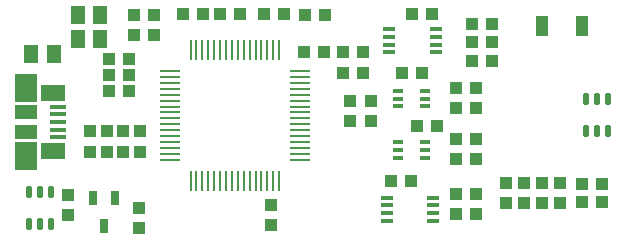
<source format=gtp>
G04 Layer_Color=8421504*
%FSLAX24Y24*%
%MOIN*%
G70*
G01*
G75*
%ADD10R,0.0512X0.0591*%
%ADD11R,0.0433X0.0394*%
G04:AMPARAMS|DCode=12|XSize=39.4mil|YSize=21.7mil|CornerRadius=5.4mil|HoleSize=0mil|Usage=FLASHONLY|Rotation=270.000|XOffset=0mil|YOffset=0mil|HoleType=Round|Shape=RoundedRectangle|*
%AMROUNDEDRECTD12*
21,1,0.0394,0.0108,0,0,270.0*
21,1,0.0285,0.0217,0,0,270.0*
1,1,0.0108,-0.0054,-0.0143*
1,1,0.0108,-0.0054,0.0143*
1,1,0.0108,0.0054,0.0143*
1,1,0.0108,0.0054,-0.0143*
%
%ADD12ROUNDEDRECTD12*%
%ADD13R,0.0394X0.0433*%
%ADD14R,0.0394X0.0669*%
G04:AMPARAMS|DCode=15|XSize=15.7mil|YSize=33.5mil|CornerRadius=3.9mil|HoleSize=0mil|Usage=FLASHONLY|Rotation=90.000|XOffset=0mil|YOffset=0mil|HoleType=Round|Shape=RoundedRectangle|*
%AMROUNDEDRECTD15*
21,1,0.0157,0.0256,0,0,90.0*
21,1,0.0079,0.0335,0,0,90.0*
1,1,0.0079,0.0128,0.0039*
1,1,0.0079,0.0128,-0.0039*
1,1,0.0079,-0.0128,-0.0039*
1,1,0.0079,-0.0128,0.0039*
%
%ADD15ROUNDEDRECTD15*%
G04:AMPARAMS|DCode=16|XSize=15.7mil|YSize=41.3mil|CornerRadius=3.9mil|HoleSize=0mil|Usage=FLASHONLY|Rotation=90.000|XOffset=0mil|YOffset=0mil|HoleType=Round|Shape=RoundedRectangle|*
%AMROUNDEDRECTD16*
21,1,0.0157,0.0335,0,0,90.0*
21,1,0.0079,0.0413,0,0,90.0*
1,1,0.0079,0.0167,0.0039*
1,1,0.0079,0.0167,-0.0039*
1,1,0.0079,-0.0167,-0.0039*
1,1,0.0079,-0.0167,0.0039*
%
%ADD16ROUNDEDRECTD16*%
%ADD17R,0.0315X0.0472*%
%ADD18R,0.0748X0.0937*%
%ADD19R,0.0748X0.0465*%
%ADD20R,0.0543X0.0177*%
%ADD21R,0.0827X0.0583*%
%ADD22O,0.0098X0.0709*%
%ADD23O,0.0709X0.0098*%
D10*
X1488Y2260D02*
D03*
X740D02*
D03*
X3028Y2780D02*
D03*
X2280D02*
D03*
X2280Y3580D02*
D03*
X3028D02*
D03*
D11*
X10478Y2340D02*
D03*
X9809D02*
D03*
X13748Y1626D02*
D03*
X13079D02*
D03*
X14246Y-150D02*
D03*
X13577D02*
D03*
X13429Y3600D02*
D03*
X14098D02*
D03*
X3986Y1020D02*
D03*
X3317D02*
D03*
X11111Y2340D02*
D03*
X11780D02*
D03*
Y1620D02*
D03*
X11111D02*
D03*
X9855Y3580D02*
D03*
X10525D02*
D03*
X16098Y2650D02*
D03*
X15429D02*
D03*
Y3280D02*
D03*
X16098D02*
D03*
X15548Y470D02*
D03*
X14879D02*
D03*
Y1136D02*
D03*
X15548D02*
D03*
Y-1240D02*
D03*
X14879D02*
D03*
Y-564D02*
D03*
X15548D02*
D03*
X3988Y1560D02*
D03*
X3319D02*
D03*
Y2100D02*
D03*
X3988D02*
D03*
X4155Y2910D02*
D03*
X4825D02*
D03*
X12729Y-1954D02*
D03*
X13398D02*
D03*
X4157Y3550D02*
D03*
X4827D02*
D03*
X6450Y3590D02*
D03*
X5781D02*
D03*
X15429Y2016D02*
D03*
X16098D02*
D03*
X15548Y-3074D02*
D03*
X14879D02*
D03*
X11375Y20D02*
D03*
X12045D02*
D03*
Y700D02*
D03*
X11375D02*
D03*
X7695Y3590D02*
D03*
X7025D02*
D03*
X19771Y-2654D02*
D03*
X19102D02*
D03*
X19771Y-2054D02*
D03*
X19102D02*
D03*
X15548Y-2400D02*
D03*
X14879D02*
D03*
X9165Y3590D02*
D03*
X8495D02*
D03*
D12*
X19594Y-293D02*
D03*
X19220D02*
D03*
X19968D02*
D03*
X19220Y770D02*
D03*
X19594D02*
D03*
X19968D02*
D03*
X1020Y-3411D02*
D03*
X646D02*
D03*
X1394Y-3411D02*
D03*
X646Y-2349D02*
D03*
X1020D02*
D03*
X1394Y-2349D02*
D03*
D13*
X3254Y-985D02*
D03*
Y-315D02*
D03*
X3804Y-315D02*
D03*
Y-985D02*
D03*
X8724Y-3425D02*
D03*
Y-2755D02*
D03*
X4354Y-315D02*
D03*
Y-985D02*
D03*
X18364Y-2688D02*
D03*
Y-2019D02*
D03*
X17764Y-2688D02*
D03*
Y-2019D02*
D03*
X17164D02*
D03*
Y-2688D02*
D03*
X16564Y-2019D02*
D03*
Y-2688D02*
D03*
X4310Y-3527D02*
D03*
Y-2857D02*
D03*
X2704Y-985D02*
D03*
Y-315D02*
D03*
X1970Y-2445D02*
D03*
Y-3115D02*
D03*
D14*
X17754Y3196D02*
D03*
X19093D02*
D03*
D15*
X12969Y-684D02*
D03*
Y-940D02*
D03*
Y-1196D02*
D03*
X13855D02*
D03*
Y-940D02*
D03*
Y-684D02*
D03*
X13857Y1029D02*
D03*
Y773D02*
D03*
Y518D02*
D03*
X12971D02*
D03*
Y773D02*
D03*
Y1029D02*
D03*
D16*
X12656Y3094D02*
D03*
Y2838D02*
D03*
Y2582D02*
D03*
Y2326D02*
D03*
X14211Y3094D02*
D03*
Y2838D02*
D03*
Y2582D02*
D03*
Y2326D02*
D03*
X14141Y-3288D02*
D03*
Y-3032D02*
D03*
Y-2776D02*
D03*
Y-2520D02*
D03*
X12586Y-3288D02*
D03*
Y-3032D02*
D03*
Y-2776D02*
D03*
Y-2520D02*
D03*
D17*
X3164Y-3453D02*
D03*
X2790Y-2547D02*
D03*
X3538D02*
D03*
D18*
X566Y1146D02*
D03*
Y-1146D02*
D03*
D19*
Y-330D02*
D03*
Y330D02*
D03*
D20*
X1614Y0D02*
D03*
Y-256D02*
D03*
Y-512D02*
D03*
Y512D02*
D03*
Y256D02*
D03*
D21*
X1472Y-969D02*
D03*
Y969D02*
D03*
D22*
X6044Y2395D02*
D03*
X6241D02*
D03*
X6437D02*
D03*
X6634D02*
D03*
X6831D02*
D03*
X7028D02*
D03*
X7225D02*
D03*
X7422D02*
D03*
X7618D02*
D03*
X7815D02*
D03*
X8012D02*
D03*
X8209D02*
D03*
X8406D02*
D03*
X8603D02*
D03*
X8800D02*
D03*
X8996D02*
D03*
Y-1955D02*
D03*
X8800D02*
D03*
X8603D02*
D03*
X8406D02*
D03*
X8209D02*
D03*
X8012D02*
D03*
X7815D02*
D03*
X7618D02*
D03*
X7422D02*
D03*
X7225D02*
D03*
X7028D02*
D03*
X6831D02*
D03*
X6634D02*
D03*
X6437D02*
D03*
X6241D02*
D03*
X6044D02*
D03*
D23*
X9695Y1696D02*
D03*
Y1500D02*
D03*
Y1303D02*
D03*
Y1106D02*
D03*
Y909D02*
D03*
Y712D02*
D03*
Y515D02*
D03*
Y318D02*
D03*
Y122D02*
D03*
Y-75D02*
D03*
Y-272D02*
D03*
Y-469D02*
D03*
Y-666D02*
D03*
Y-863D02*
D03*
Y-1060D02*
D03*
Y-1256D02*
D03*
X5345D02*
D03*
Y-1060D02*
D03*
Y-863D02*
D03*
Y-666D02*
D03*
Y-469D02*
D03*
Y-272D02*
D03*
Y-75D02*
D03*
Y122D02*
D03*
Y318D02*
D03*
Y515D02*
D03*
Y712D02*
D03*
Y909D02*
D03*
Y1106D02*
D03*
Y1303D02*
D03*
Y1500D02*
D03*
Y1696D02*
D03*
M02*

</source>
